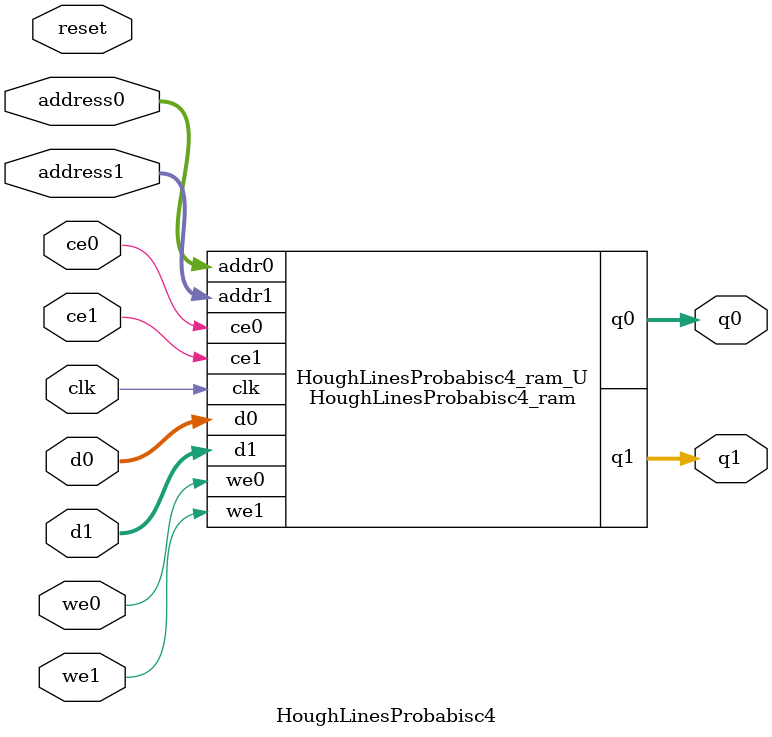
<source format=v>

`timescale 1 ns / 1 ps
module HoughLinesProbabisc4_ram (addr0, ce0, d0, we0, q0, addr1, ce1, d1, we1, q1,  clk);

parameter DWIDTH = 32;
parameter AWIDTH = 18;
parameter MEM_SIZE = 201780;

input[AWIDTH-1:0] addr0;
input ce0;
input[DWIDTH-1:0] d0;
input we0;
output reg[DWIDTH-1:0] q0;
input[AWIDTH-1:0] addr1;
input ce1;
input[DWIDTH-1:0] d1;
input we1;
output reg[DWIDTH-1:0] q1;
input clk;

(* ram_style = "block" *)reg [DWIDTH-1:0] ram[0:MEM_SIZE-1];




always @(posedge clk)  
begin 
    if (ce0) 
    begin
        if (we0) 
        begin 
            ram[addr0] <= d0; 
            q0 <= d0;
        end 
        else 
            q0 <= ram[addr0];
    end
end


always @(posedge clk)  
begin 
    if (ce1) 
    begin
        if (we1) 
        begin 
            ram[addr1] <= d1; 
            q1 <= d1;
        end 
        else 
            q1 <= ram[addr1];
    end
end


endmodule


`timescale 1 ns / 1 ps
module HoughLinesProbabisc4(
    reset,
    clk,
    address0,
    ce0,
    we0,
    d0,
    q0,
    address1,
    ce1,
    we1,
    d1,
    q1);

parameter DataWidth = 32'd32;
parameter AddressRange = 32'd201780;
parameter AddressWidth = 32'd18;
input reset;
input clk;
input[AddressWidth - 1:0] address0;
input ce0;
input we0;
input[DataWidth - 1:0] d0;
output[DataWidth - 1:0] q0;
input[AddressWidth - 1:0] address1;
input ce1;
input we1;
input[DataWidth - 1:0] d1;
output[DataWidth - 1:0] q1;



HoughLinesProbabisc4_ram HoughLinesProbabisc4_ram_U(
    .clk( clk ),
    .addr0( address0 ),
    .ce0( ce0 ),
    .we0( we0 ),
    .d0( d0 ),
    .q0( q0 ),
    .addr1( address1 ),
    .ce1( ce1 ),
    .we1( we1 ),
    .d1( d1 ),
    .q1( q1 ));

endmodule


</source>
